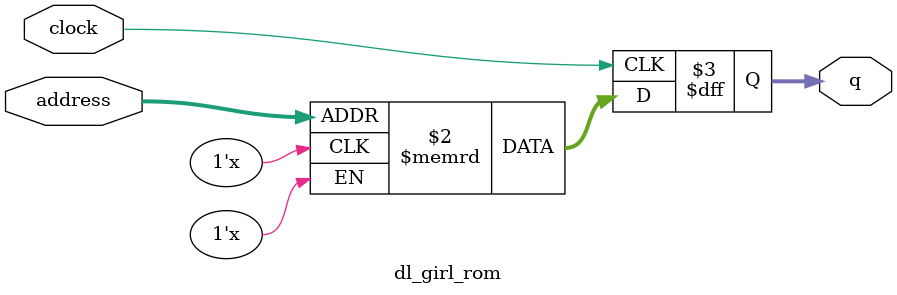
<source format=sv>
module dl_girl_rom (
	input logic clock,
	input logic [10:0] address,
	output logic [5:0] q
);

logic [5:0] memory [0:2027] /* synthesis ram_init_file = "./dl_girl/dl_girl.COE" */;

always_ff @ (posedge clock) begin
	q <= memory[address];
end

endmodule

</source>
